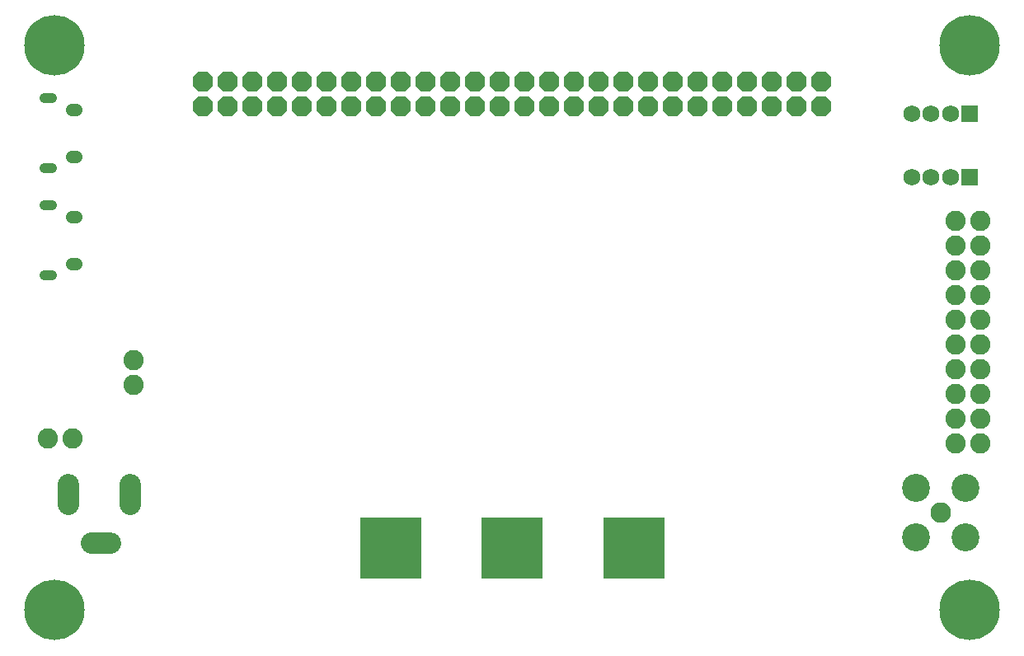
<source format=gbs>
G75*
%MOIN*%
%OFA0B0*%
%FSLAX25Y25*%
%IPPOS*%
%LPD*%
%AMOC8*
5,1,8,0,0,1.08239X$1,22.5*
%
%ADD10C,0.08674*%
%ADD11C,0.04921*%
%ADD12C,0.03937*%
%ADD13OC8,0.08200*%
%ADD14C,0.08200*%
%ADD15R,0.06800X0.06800*%
%ADD16C,0.06800*%
%ADD17C,0.08300*%
%ADD18C,0.11300*%
%ADD19R,0.24698X0.24698*%
%ADD20C,0.24422*%
D10*
X0043583Y0043946D02*
X0051457Y0043946D01*
X0059331Y0059694D02*
X0059331Y0067569D01*
X0034528Y0067569D02*
X0034528Y0059694D01*
D11*
X0035898Y0156870D02*
X0037453Y0156870D01*
X0037453Y0175965D02*
X0035898Y0175965D01*
X0035898Y0200177D02*
X0037453Y0200177D01*
X0037453Y0219272D02*
X0035898Y0219272D01*
D12*
X0027630Y0223898D02*
X0024874Y0223898D01*
X0024874Y0195551D02*
X0027630Y0195551D01*
X0027630Y0180591D02*
X0024874Y0180591D01*
X0024874Y0152244D02*
X0027630Y0152244D01*
D13*
X0088850Y0220472D03*
X0098850Y0220472D03*
X0108850Y0220472D03*
X0118850Y0220472D03*
X0128850Y0220472D03*
X0138850Y0220472D03*
X0148850Y0220472D03*
X0158850Y0220472D03*
X0168850Y0220472D03*
X0178850Y0220472D03*
X0188850Y0220472D03*
X0198850Y0220472D03*
X0208850Y0220472D03*
X0218850Y0220472D03*
X0228850Y0220472D03*
X0238850Y0220472D03*
X0248850Y0220472D03*
X0258850Y0220472D03*
X0268850Y0220472D03*
X0278850Y0220472D03*
X0288850Y0220472D03*
X0298850Y0220472D03*
X0308850Y0220472D03*
X0318850Y0220472D03*
X0328850Y0220472D03*
X0338850Y0220472D03*
X0338850Y0230472D03*
X0328850Y0230472D03*
X0318850Y0230472D03*
X0308850Y0230472D03*
X0298850Y0230472D03*
X0288850Y0230472D03*
X0278850Y0230472D03*
X0268850Y0230472D03*
X0258850Y0230472D03*
X0248850Y0230472D03*
X0238850Y0230472D03*
X0228850Y0230472D03*
X0218850Y0230472D03*
X0208850Y0230472D03*
X0198850Y0230472D03*
X0188850Y0230472D03*
X0178850Y0230472D03*
X0168850Y0230472D03*
X0158850Y0230472D03*
X0148850Y0230472D03*
X0138850Y0230472D03*
X0128850Y0230472D03*
X0118850Y0230472D03*
X0108850Y0230472D03*
X0098850Y0230472D03*
X0088850Y0230472D03*
D14*
X0060638Y0117894D03*
X0060638Y0107894D03*
X0036154Y0086233D03*
X0026154Y0086233D03*
X0392984Y0084291D03*
X0402984Y0084291D03*
X0402984Y0094291D03*
X0392984Y0094291D03*
X0392984Y0104291D03*
X0402984Y0104291D03*
X0402984Y0114291D03*
X0392984Y0114291D03*
X0392984Y0124291D03*
X0402984Y0124291D03*
X0402984Y0134291D03*
X0392984Y0134291D03*
X0392984Y0144291D03*
X0402984Y0144291D03*
X0402984Y0154291D03*
X0392984Y0154291D03*
X0392984Y0164291D03*
X0402984Y0164291D03*
X0402984Y0174291D03*
X0392984Y0174291D03*
D15*
X0398890Y0192008D03*
X0398890Y0217598D03*
D16*
X0391016Y0217598D03*
X0383142Y0217598D03*
X0375268Y0217598D03*
X0375268Y0192008D03*
X0383142Y0192008D03*
X0391016Y0192008D03*
D17*
X0387079Y0056181D03*
D18*
X0397118Y0046142D03*
X0377040Y0046142D03*
X0377040Y0066220D03*
X0397118Y0066220D03*
D19*
X0263063Y0042008D03*
X0213850Y0042008D03*
X0164638Y0042008D03*
D20*
X0028811Y0016811D03*
X0398890Y0016811D03*
X0398890Y0245157D03*
X0028811Y0245157D03*
M02*

</source>
